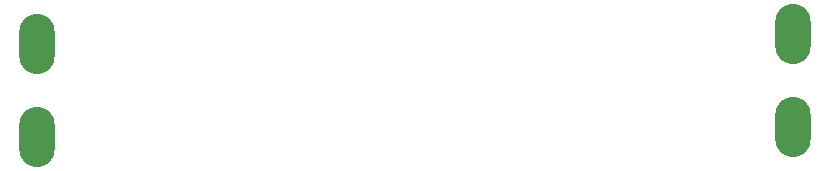
<source format=gbr>
%TF.GenerationSoftware,KiCad,Pcbnew,(6.0.7)*%
%TF.CreationDate,2023-03-20T21:12:09-05:00*%
%TF.ProjectId,2023,32303233-2e6b-4696-9361-645f70636258,rev?*%
%TF.SameCoordinates,Original*%
%TF.FileFunction,Paste,Bot*%
%TF.FilePolarity,Positive*%
%FSLAX46Y46*%
G04 Gerber Fmt 4.6, Leading zero omitted, Abs format (unit mm)*
G04 Created by KiCad (PCBNEW (6.0.7)) date 2023-03-20 21:12:09*
%MOMM*%
%LPD*%
G01*
G04 APERTURE LIST*
%ADD10O,3.000000X5.100000*%
G04 APERTURE END LIST*
D10*
%TO.C,Conn3*%
X178936600Y-79036000D03*
X178936600Y-86910000D03*
%TD*%
%TO.C,Conn1*%
X114997200Y-79883000D03*
X114997200Y-87757000D03*
%TD*%
M02*

</source>
